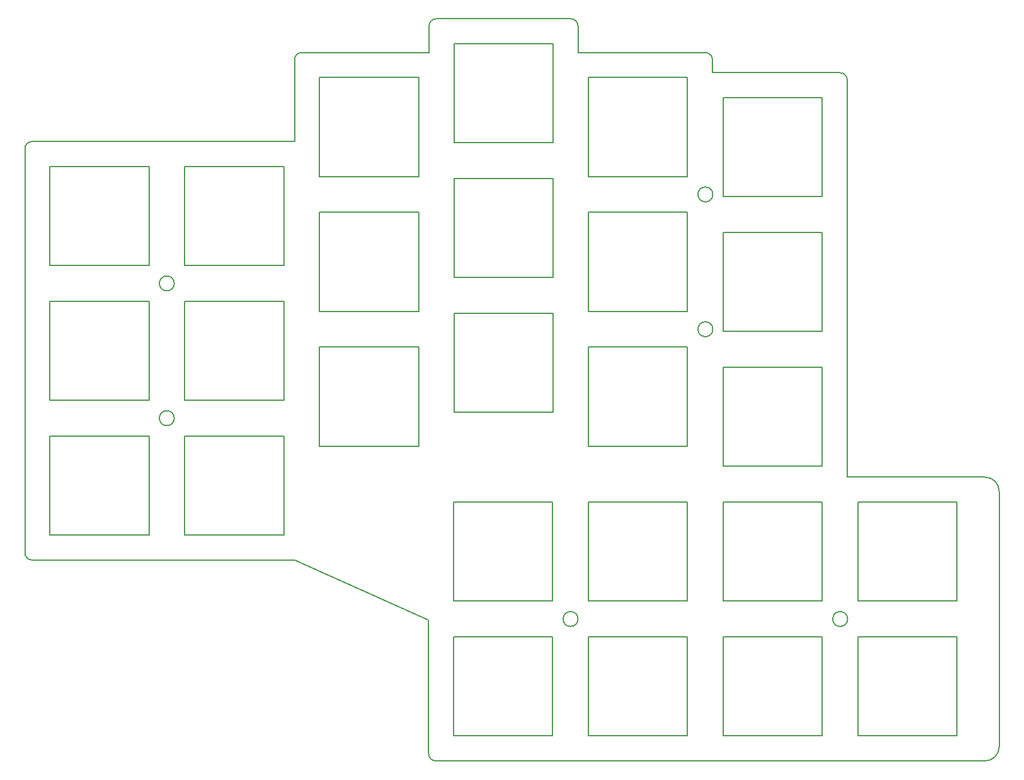
<source format=gbr>
%TF.GenerationSoftware,KiCad,Pcbnew,(6.0.8)*%
%TF.CreationDate,2022-10-22T23:39:21+01:00*%
%TF.ProjectId,top_plate,746f705f-706c-4617-9465-2e6b69636164,v1.0.0*%
%TF.SameCoordinates,Original*%
%TF.FileFunction,Profile,NP*%
%FSLAX46Y46*%
G04 Gerber Fmt 4.6, Leading zero omitted, Abs format (unit mm)*
G04 Created by KiCad (PCBNEW (6.0.8)) date 2022-10-22 23:39:21*
%MOMM*%
%LPD*%
G01*
G04 APERTURE LIST*
%TA.AperFunction,Profile*%
%ADD10C,0.150000*%
%TD*%
G04 APERTURE END LIST*
D10*
X64150000Y57673000D02*
X50150000Y57673000D01*
X88150000Y-2334500D02*
X88150000Y-16334500D01*
X12050000Y31100000D02*
X26050000Y31100000D01*
X102150000Y19573000D02*
X88150000Y19573000D01*
X107200000Y-16334500D02*
X121200000Y-16334500D01*
X105675000Y58340500D02*
X105675000Y60198000D01*
X140250000Y-2334500D02*
X126250000Y-2334500D01*
X140250000Y-16334500D02*
X140250000Y-2334500D01*
X45100000Y45100000D02*
X31100000Y45100000D01*
X26050000Y-7000000D02*
X26050000Y7000000D01*
X69100000Y-2334500D02*
X69100000Y-16334500D01*
X26050000Y31100000D02*
X26050000Y45100000D01*
X69150000Y48435500D02*
X83150000Y48435500D01*
X83100000Y-16334500D02*
X83100000Y-2334500D01*
X102150000Y24623000D02*
X102150000Y38623000D01*
X50150000Y5573000D02*
X64150000Y5573000D01*
X45100000Y12050000D02*
X45100000Y26050000D01*
X83150000Y29385500D02*
X83150000Y43385500D01*
X31100000Y45100000D02*
X31100000Y31100000D01*
X64150000Y19573000D02*
X50150000Y19573000D01*
X121200000Y16715500D02*
X107200000Y16715500D01*
X12050000Y26050000D02*
X12050000Y12050000D01*
X8525000Y-9525000D02*
X8525000Y47625000D01*
X83100000Y-2334500D02*
X69100000Y-2334500D01*
X124725000Y57340500D02*
G75*
G03*
X123725000Y58340500I-1000000J0D01*
G01*
X64150000Y5573000D02*
X64150000Y19573000D01*
X107200000Y2715500D02*
X121200000Y2715500D01*
X26050000Y45100000D02*
X12050000Y45100000D01*
X83100000Y-35384500D02*
X83100000Y-21384500D01*
X26050000Y26050000D02*
X12050000Y26050000D01*
X140250000Y-21384500D02*
X126250000Y-21384500D01*
X83150000Y24335500D02*
X69150000Y24335500D01*
X86675000Y61198000D02*
X86675000Y64960500D01*
X69150000Y29385500D02*
X83150000Y29385500D01*
X66575000Y-38909500D02*
X144195000Y-38909500D01*
X88150000Y38623000D02*
X88150000Y24623000D01*
X126250000Y-21384500D02*
X126250000Y-35384500D01*
X124775000Y-18859500D02*
G75*
G03*
X124775000Y-18859500I-1050000J0D01*
G01*
X64150000Y43673000D02*
X64150000Y57673000D01*
X83100000Y-21384500D02*
X69100000Y-21384500D01*
X121200000Y21765500D02*
X121200000Y35765500D01*
X124725000Y1190500D02*
X124725000Y57340500D01*
X9525000Y48625000D02*
G75*
G03*
X8525000Y47625000I0J-1000000D01*
G01*
X140250000Y-35384500D02*
X140250000Y-21384500D01*
X107200000Y21765500D02*
X121200000Y21765500D01*
X126250000Y-16334500D02*
X140250000Y-16334500D01*
X85675000Y65960500D02*
X66625000Y65960500D01*
X126250000Y-35384500D02*
X140250000Y-35384500D01*
X88150000Y43673000D02*
X102150000Y43673000D01*
X102150000Y-35384500D02*
X102150000Y-21384500D01*
X47625000Y61198000D02*
G75*
G03*
X46625000Y60198000I0J-1000000D01*
G01*
X12050000Y45100000D02*
X12050000Y31100000D01*
X83150000Y43385500D02*
X69150000Y43385500D01*
X121200000Y-2334500D02*
X107200000Y-2334500D01*
X29625000Y9525000D02*
G75*
G03*
X29625000Y9525000I-1050000J0D01*
G01*
X69100000Y-35384500D02*
X83100000Y-35384500D01*
X66625000Y65960500D02*
G75*
G03*
X65625000Y64960500I0J-1000000D01*
G01*
X88150000Y5573000D02*
X102150000Y5573000D01*
X8525000Y-9525000D02*
G75*
G03*
X9525000Y-10525000I1000000J0D01*
G01*
X65625000Y64960500D02*
X65625000Y61198000D01*
X102150000Y5573000D02*
X102150000Y19573000D01*
X31100000Y26050000D02*
X31100000Y12050000D01*
X83150000Y48435500D02*
X83150000Y62435500D01*
X45100000Y-7000000D02*
X45100000Y7000000D01*
X31100000Y12050000D02*
X45100000Y12050000D01*
X107200000Y-2334500D02*
X107200000Y-16334500D01*
X29625000Y28575000D02*
G75*
G03*
X29625000Y28575000I-1050000J0D01*
G01*
X45100000Y31100000D02*
X45100000Y45100000D01*
X50150000Y57673000D02*
X50150000Y43673000D01*
X88150000Y57673000D02*
X88150000Y43673000D01*
X69150000Y62435500D02*
X69150000Y48435500D01*
X88150000Y-35384500D02*
X102150000Y-35384500D01*
X50150000Y43673000D02*
X64150000Y43673000D01*
X65625000Y61198000D02*
X47625000Y61198000D01*
X65575000Y-37909500D02*
X65575000Y-18968378D01*
X88150000Y-21384500D02*
X88150000Y-35384500D01*
X105675000Y60198000D02*
G75*
G03*
X104675000Y61198000I-1000000J0D01*
G01*
X126250000Y-2334500D02*
X126250000Y-16334500D01*
X104675000Y61198000D02*
X86675000Y61198000D01*
X88150000Y24623000D02*
X102150000Y24623000D01*
X121200000Y35765500D02*
X107200000Y35765500D01*
X121200000Y54815500D02*
X107200000Y54815500D01*
X102150000Y-16334500D02*
X102150000Y-2334500D01*
X105725000Y22098000D02*
G75*
G03*
X105725000Y22098000I-1050000J0D01*
G01*
X123725000Y58340500D02*
X105675000Y58340500D01*
X121200000Y40815500D02*
X121200000Y54815500D01*
X12050000Y7000000D02*
X12050000Y-7000000D01*
X46625000Y60198000D02*
X46625000Y48625000D01*
X9525000Y48625000D02*
X46625000Y48625000D01*
X69150000Y10335500D02*
X83150000Y10335500D01*
X107200000Y-21384500D02*
X107200000Y-35384500D01*
X86675000Y64960500D02*
G75*
G03*
X85675000Y65960500I-1000000J0D01*
G01*
X107200000Y54815500D02*
X107200000Y40815500D01*
X121200000Y2715500D02*
X121200000Y16715500D01*
X102150000Y38623000D02*
X88150000Y38623000D01*
X121200000Y-16334500D02*
X121200000Y-2334500D01*
X64150000Y24623000D02*
X64150000Y38623000D01*
X107200000Y16715500D02*
X107200000Y2715500D01*
X144195000Y-38909500D02*
G75*
G03*
X146195000Y-36909500I0J2000000D01*
G01*
X50150000Y38623000D02*
X50150000Y24623000D01*
X65575000Y-18968378D02*
X46625000Y-10525000D01*
X121200000Y-35384500D02*
X121200000Y-21384500D01*
X88150000Y19573000D02*
X88150000Y5573000D01*
X88150000Y-16334500D02*
X102150000Y-16334500D01*
X31100000Y7000000D02*
X31100000Y-7000000D01*
X69100000Y-21384500D02*
X69100000Y-35384500D01*
X107200000Y-35384500D02*
X121200000Y-35384500D01*
X83150000Y62435500D02*
X69150000Y62435500D01*
X69150000Y24335500D02*
X69150000Y10335500D01*
X26050000Y12050000D02*
X26050000Y26050000D01*
X121200000Y-21384500D02*
X107200000Y-21384500D01*
X65575000Y-37909500D02*
G75*
G03*
X66575000Y-38909500I1000000J0D01*
G01*
X50150000Y19573000D02*
X50150000Y5573000D01*
X105725000Y41148000D02*
G75*
G03*
X105725000Y41148000I-1050000J0D01*
G01*
X146195000Y-809500D02*
G75*
G03*
X144195000Y1190500I-2000000J0D01*
G01*
X102150000Y-21384500D02*
X88150000Y-21384500D01*
X102150000Y-2334500D02*
X88150000Y-2334500D01*
X31100000Y31100000D02*
X45100000Y31100000D01*
X86675000Y-18859500D02*
G75*
G03*
X86675000Y-18859500I-1050000J0D01*
G01*
X107200000Y40815500D02*
X121200000Y40815500D01*
X45100000Y7000000D02*
X31100000Y7000000D01*
X69150000Y43385500D02*
X69150000Y29385500D01*
X45100000Y26050000D02*
X31100000Y26050000D01*
X69100000Y-16334500D02*
X83100000Y-16334500D01*
X50150000Y24623000D02*
X64150000Y24623000D01*
X9525000Y-10525000D02*
X46625000Y-10525000D01*
X146195000Y-36909500D02*
X146195000Y-809500D01*
X107200000Y35765500D02*
X107200000Y21765500D01*
X12050000Y12050000D02*
X26050000Y12050000D01*
X64150000Y38623000D02*
X50150000Y38623000D01*
X31100000Y-7000000D02*
X45100000Y-7000000D01*
X26050000Y7000000D02*
X12050000Y7000000D01*
X102150000Y43673000D02*
X102150000Y57673000D01*
X124725000Y1190500D02*
X144195000Y1190500D01*
X102150000Y57673000D02*
X88150000Y57673000D01*
X83150000Y10335500D02*
X83150000Y24335500D01*
X12050000Y-7000000D02*
X26050000Y-7000000D01*
M02*

</source>
